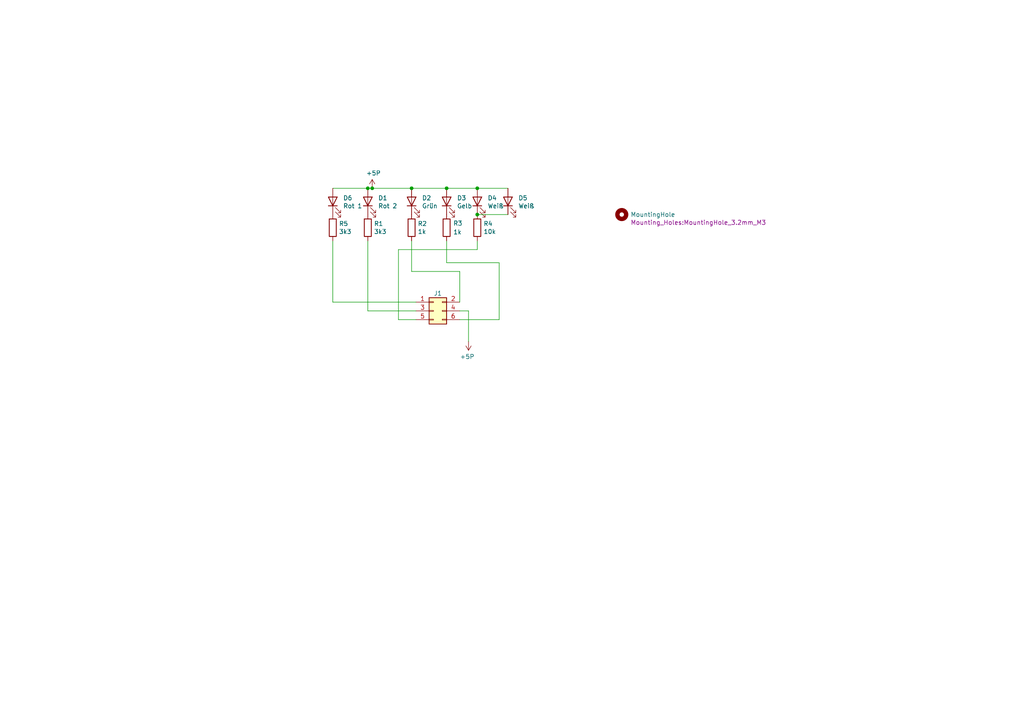
<source format=kicad_sch>
(kicad_sch (version 20211123) (generator eeschema)
  (paper "A4")
  (lib_symbols
    (symbol "Connector_Generic:Conn_02x03_Odd_Even" (pin_names (offset 1.016) hide)
      (property "Reference" "J" (at 1.27 5.08 0))
      (property "Value" "Conn_02x03_Odd_Even" (at 1.27 -5.08 0))
      (symbol "Conn_02x03_Odd_Even_1_1"
        (rectangle (start -1.27 -2.413) (end 0 -2.667) (stroke (width 0.1524)))
        (rectangle (start -1.27 0.127) (end 0 -0.127) (stroke (width 0.1524)))
        (rectangle (start -1.27 2.667) (end 0 2.413) (stroke (width 0.1524)))
        (rectangle (start -1.27 3.81) (end 3.81 -3.81) (stroke (width 0.254)) (fill (type background)))
        (rectangle (start 3.81 -2.413) (end 2.54 -2.667) (stroke (width 0.1524)))
        (rectangle (start 3.81 0.127) (end 2.54 -0.127) (stroke (width 0.1524)))
        (rectangle (start 3.81 2.667) (end 2.54 2.413) (stroke (width 0.1524)))
        (pin passive line (at -5.08 2.54 0) (length 3.81) (name "Pin_1") (number "1"))
        (pin passive line (at 7.62 2.54 180) (length 3.81) (name "Pin_2") (number "2"))
        (pin passive line (at -5.08 0 0) (length 3.81) (name "Pin_3") (number "3"))
        (pin passive line (at 7.62 0 180) (length 3.81) (name "Pin_4") (number "4"))
        (pin passive line (at -5.08 -2.54 0) (length 3.81) (name "Pin_5") (number "5"))
        (pin passive line (at 7.62 -2.54 180) (length 3.81) (name "Pin_6") (number "6"))
      )
    )
    (symbol "Device:LED" (pin_numbers hide) (pin_names (offset 1.016) hide)
      (property "Reference" "D" (at 0 2.54 0))
      (property "Value" "LED" (at 0 -2.54 0))
      (symbol "LED_0_1"
        (polyline (pts (xy -1.27 -1.27) (xy -1.27 1.27)) (stroke (width 0.254)))
        (polyline (pts (xy -1.27 0) (xy 1.27 0)))
        (polyline (pts (xy 1.27 -1.27) (xy 1.27 1.27) (xy -1.27 0) (xy 1.27 -1.27)) (stroke (width 0.254)))
        (polyline (pts (xy -3.048 -0.762) (xy -4.572 -2.286) (xy -3.81 -2.286) (xy -4.572 -2.286) (xy -4.572 -1.524)))
        (polyline (pts (xy -1.778 -0.762) (xy -3.302 -2.286) (xy -2.54 -2.286) (xy -3.302 -2.286) (xy -3.302 -1.524)))
      )
      (symbol "LED_1_1"
        (pin passive line (at -3.81 0 0) (length 2.54) (name "K") (number "1"))
        (pin passive line (at 3.81 0 180) (length 2.54) (name "A") (number "2"))
      )
    )
    (symbol "Device:R" (pin_numbers hide) (pin_names (offset 0))
      (property "Reference" "R" (at 2.032 0 90))
      (property "Value" "R" (at 0 0 90))
      (symbol "R_0_1"
        (rectangle (start -1.016 -2.54) (end 1.016 2.54) (stroke (width 0.254)))
      )
      (symbol "R_1_1"
        (pin passive line (at 0 3.81 270) (length 1.27) (name "~") (number "1"))
        (pin passive line (at 0 -3.81 90) (length 1.27) (name "~") (number "2"))
      )
    )
    (symbol "Mechanical:MountingHole" (pin_names (offset 1.016))
      (property "Reference" "H" (at 0 5.08 0))
      (property "Value" "MountingHole" (at 0 3.175 0))
      (symbol "MountingHole_0_1"
        (circle (center 0 0) (radius 1.27) (stroke (width 1.27)))
      )
    )
    (symbol "power:+5P" (power) (pin_names (offset 0))
      (property "Value" "+5P" (at 0 3.556 0))
      (symbol "+5P_0_1"
        (polyline (pts (xy -0.762 1.27) (xy 0 2.54)))
        (polyline (pts (xy 0 0) (xy 0 2.54)))
        (polyline (pts (xy 0 2.54) (xy 0.762 1.27)))
      )
      (symbol "+5P_1_1"
        (pin power_in line (at 0 0 90) (length 0) hide (name "+5P") (number "1"))
      )
    )
  )
  (junction (at 106.68 54.61))
  (junction (at 119.38 54.61))
  (junction (at 138.43 62.23))
  (junction (at 129.54 54.61))
  (junction (at 138.43 54.61))
  (junction (at 107.95 54.61))
  (wire (pts (xy 106.68 90.17) (xy 120.65 90.17)))
  (wire (pts (xy 147.32 54.61) (xy 138.43 54.61)))
  (wire (pts (xy 119.38 78.74) (xy 133.35 78.74)))
  (wire (pts (xy 115.57 72.39) (xy 138.43 72.39)))
  (wire (pts (xy 115.57 72.39) (xy 115.57 92.71)))
  (wire (pts (xy 144.78 92.71) (xy 133.35 92.71)))
  (wire (pts (xy 96.52 87.63) (xy 120.65 87.63)))
  (wire (pts (xy 107.95 54.61) (xy 119.38 54.61)))
  (wire (pts (xy 135.89 90.17) (xy 135.89 99.06)))
  (wire (pts (xy 133.35 90.17) (xy 135.89 90.17)))
  (wire (pts (xy 107.95 54.61) (xy 106.68 54.61)))
  (wire (pts (xy 96.52 54.61) (xy 106.68 54.61)))
  (wire (pts (xy 133.35 78.74) (xy 133.35 87.63)))
  (wire (pts (xy 129.54 69.85) (xy 129.54 76.2)))
  (wire (pts (xy 138.43 62.23) (xy 147.32 62.23)))
  (wire (pts (xy 115.57 92.71) (xy 120.65 92.71)))
  (wire (pts (xy 129.54 76.2) (xy 144.78 76.2)))
  (wire (pts (xy 144.78 76.2) (xy 144.78 92.71)))
  (wire (pts (xy 106.68 90.17) (xy 106.68 69.85)))
  (wire (pts (xy 119.38 78.74) (xy 119.38 69.85)))
  (wire (pts (xy 119.38 54.61) (xy 129.54 54.61)))
  (wire (pts (xy 138.43 72.39) (xy 138.43 69.85)))
  (wire (pts (xy 96.52 69.85) (xy 96.52 87.63)))
  (wire (pts (xy 129.54 54.61) (xy 138.43 54.61)))
  (symbol (lib_id "power:+5P") (at 107.95 54.61 0) (unit 1)
    (property "Reference" "#PWR0101" (effects hide))
    (property "Value" "+5P" (at 108.331 50.2158 0))
  )
  (symbol (lib_id "Device:LED") (at 106.68 58.42 90) (unit 1)
    (property "Reference" "D1" (at 109.6772 57.4294 90) (effects (justify right)))
    (property "Value" "Rot 2" (at 109.6772 59.7408 90) (effects (justify right)))
    (property "Footprint" "LEDs:LED_D3.0mm" (effects hide))
  )
  (symbol (lib_id "Device:R") (at 106.68 66.04 0) (unit 1)
    (property "Reference" "R1" (at 108.458 64.8716 0) (effects (justify left)))
    (property "Value" "3k3" (at 108.458 67.183 0) (effects (justify left)))
    (property "Footprint" "Resistors_THT:R_Axial_DIN0204_L3.6mm_D1.6mm_P7.62mm_Horizontal" (effects hide))
  )
  (symbol (lib_id "Device:LED") (at 119.38 58.42 90) (unit 1)
    (property "Reference" "D2" (at 122.3772 57.4294 90) (effects (justify right)))
    (property "Value" "Grün" (at 122.3772 59.7408 90) (effects (justify right)))
    (property "Footprint" "LEDs:LED_D3.0mm" (effects hide))
  )
  (symbol (lib_id "Device:R") (at 119.38 66.04 0) (unit 1)
    (property "Reference" "R2" (at 121.158 64.8716 0) (effects (justify left)))
    (property "Value" "1k" (at 121.158 67.183 0) (effects (justify left)))
    (property "Footprint" "Resistors_THT:R_Axial_DIN0204_L3.6mm_D1.6mm_P7.62mm_Horizontal" (effects hide))
  )
  (symbol (lib_id "Device:LED") (at 129.54 58.42 90) (unit 1)
    (property "Reference" "D3" (at 132.5372 57.4294 90) (effects (justify right)))
    (property "Value" "Gelb" (at 132.5372 59.7408 90) (effects (justify right)))
    (property "Footprint" "LEDs:LED_D3.0mm" (effects hide))
  )
  (symbol (lib_id "Device:R") (at 129.54 66.04 0) (unit 1)
    (property "Reference" "1k" (at 131.445 67.31 0) (effects (justify left)))
    (property "Value" "R3" (at 131.445 64.77 0) (effects (justify left)))
    (property "Footprint" "Resistors_THT:R_Axial_DIN0204_L3.6mm_D1.6mm_P7.62mm_Horizontal" (effects hide))
  )
  (symbol (lib_id "Device:LED") (at 138.43 58.42 90) (unit 1)
    (property "Reference" "D4" (at 141.4272 57.4294 90) (effects (justify right)))
    (property "Value" "Weiß" (at 141.4272 59.7408 90) (effects (justify right)))
    (property "Footprint" "LEDs:LED_D3.0mm" (effects hide))
  )
  (symbol (lib_id "Device:R") (at 138.43 66.04 0) (unit 1)
    (property "Reference" "R4" (at 140.208 64.8716 0) (effects (justify left)))
    (property "Value" "10k" (at 140.208 67.183 0) (effects (justify left)))
    (property "Footprint" "Resistors_THT:R_Axial_DIN0204_L3.6mm_D1.6mm_P7.62mm_Horizontal" (effects hide))
  )
  (symbol (lib_id "Device:LED") (at 147.32 58.42 90) (unit 1)
    (property "Reference" "D5" (at 150.3172 57.4294 90) (effects (justify right)))
    (property "Value" "Weiß" (at 150.3172 59.7408 90) (effects (justify right)))
    (property "Footprint" "LEDs:LED_D3.0mm" (effects hide))
  )
  (symbol (lib_id "Connector_Generic:Conn_02x03_Odd_Even") (at 125.73 90.17 0) (unit 1)
    (property "Reference" "J1" (at 127 85.09 0))
    (property "Value" "Conn_02x03_Odd_Even" (effects hide))
    (property "Footprint" "Connectors_IDC:IDC-Header_2x03_P2.54mm_Horizontal" (effects hide))
  )
  (symbol (lib_id "Device:LED") (at 96.52 58.42 90) (unit 1)
    (property "Reference" "D6" (at 99.5172 57.4294 90) (effects (justify right)))
    (property "Value" "Rot 1" (at 99.5172 59.7408 90) (effects (justify right)))
    (property "Footprint" "LEDs:LED_D3.0mm" (effects hide))
  )
  (symbol (lib_id "Device:R") (at 96.52 66.04 0) (unit 1)
    (property "Reference" "R5" (at 98.298 64.8716 0) (effects (justify left)))
    (property "Value" "3k3" (at 98.298 67.183 0) (effects (justify left)))
    (property "Footprint" "Resistors_THT:R_Axial_DIN0204_L3.6mm_D1.6mm_P7.62mm_Horizontal" (effects hide))
  )
  (symbol (lib_id "power:+5P") (at 135.89 99.06 180) (unit 1)
    (property "Reference" "#PWR0102" (effects hide))
    (property "Value" "+5P" (at 135.509 103.4542 0))
  )
  (symbol (lib_id "Mechanical:MountingHole") (at 180.34 62.23 0) (unit 1)
    (property "Reference" "H1" (effects hide))
    (property "Value" "MountingHole" (at 182.88 62.23 0) (effects (justify left)))
    (property "Footprint" "Mounting_Holes:MountingHole_3.2mm_M3" (at 182.88 64.5414 0) (effects (justify left)))
  )
)
</source>
